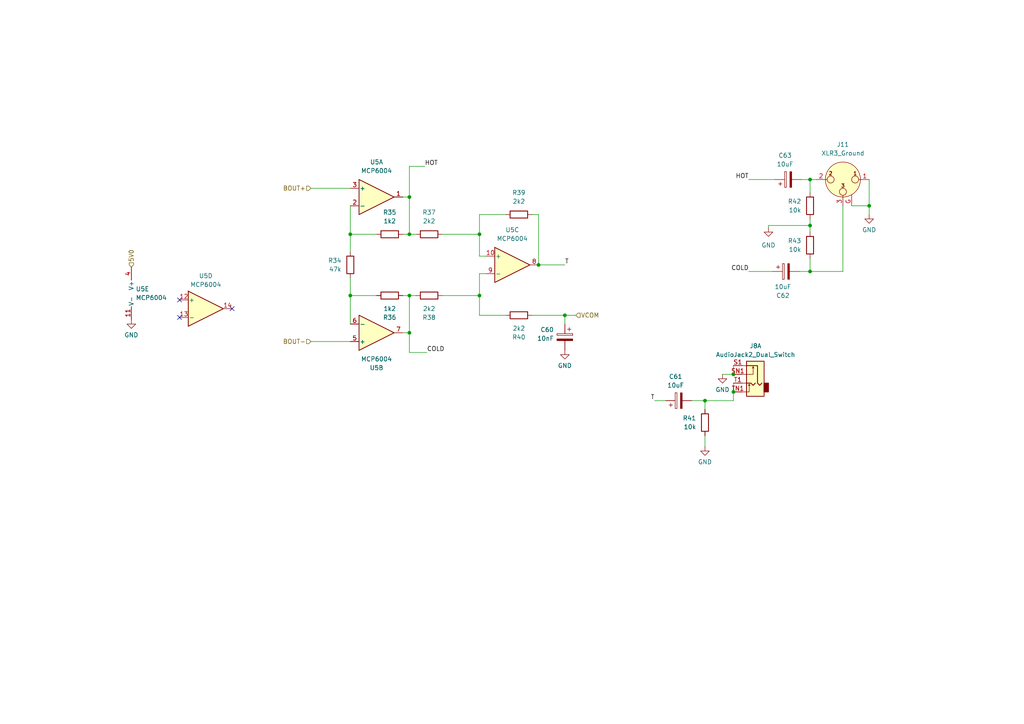
<source format=kicad_sch>
(kicad_sch (version 20230121) (generator eeschema)
  (paper "A4")
  (lib_symbols
    (symbol "Amplifier_Operational:MCP6004" (pin_names (offset 0.127))
      (property "Reference" "U" (at 0 5.08 0))
      (property "Value" "MCP6004" (at 0 -5.08 0))
      (symbol "MCP6004_1_1"
        (polyline (pts (xy -5.08 5.08) (xy 5.08 0) (xy -5.08 -5.08) (xy -5.08 5.08)) (stroke (width 0.254)) (fill (type background)))
        (pin output line (at 7.62 0 180) (length 2.54) (name "~") (number "1"))
        (pin input line (at -7.62 -2.54 0) (length 2.54) (name "-") (number "2"))
        (pin input line (at -7.62 2.54 0) (length 2.54) (name "+") (number "3"))
      )
      (symbol "MCP6004_2_1"
        (polyline (pts (xy -5.08 5.08) (xy 5.08 0) (xy -5.08 -5.08) (xy -5.08 5.08)) (stroke (width 0.254)) (fill (type background)))
        (pin input line (at -7.62 2.54 0) (length 2.54) (name "+") (number "5"))
        (pin input line (at -7.62 -2.54 0) (length 2.54) (name "-") (number "6"))
        (pin output line (at 7.62 0 180) (length 2.54) (name "~") (number "7"))
      )
      (symbol "MCP6004_3_1"
        (polyline (pts (xy -5.08 5.08) (xy 5.08 0) (xy -5.08 -5.08) (xy -5.08 5.08)) (stroke (width 0.254)) (fill (type background)))
        (pin input line (at -7.62 2.54 0) (length 2.54) (name "+") (number "10"))
        (pin output line (at 7.62 0 180) (length 2.54) (name "~") (number "8"))
        (pin input line (at -7.62 -2.54 0) (length 2.54) (name "-") (number "9"))
      )
      (symbol "MCP6004_4_1"
        (polyline (pts (xy -5.08 5.08) (xy 5.08 0) (xy -5.08 -5.08) (xy -5.08 5.08)) (stroke (width 0.254)) (fill (type background)))
        (pin input line (at -7.62 2.54 0) (length 2.54) (name "+") (number "12"))
        (pin input line (at -7.62 -2.54 0) (length 2.54) (name "-") (number "13"))
        (pin output line (at 7.62 0 180) (length 2.54) (name "~") (number "14"))
      )
      (symbol "MCP6004_5_1"
        (pin power_in line (at -2.54 -7.62 90) (length 3.81) (name "V-") (number "11"))
        (pin power_in line (at -2.54 7.62 270) (length 3.81) (name "V+") (number "4"))
      )
    )
    (symbol "Connector_Audio:AudioJack2_Dual_Switch"
      (property "Reference" "J" (at 0 11.43 0))
      (property "Value" "AudioJack2_Dual_Switch" (at 0 8.89 0))
      (symbol "AudioJack2_Dual_Switch_0_1"
        (rectangle (start -3.81 -2.54) (end -5.08 0) (stroke (width 0.254)) (fill (type outline)))
        (polyline (pts (xy -0.635 4.826) (xy -0.381 4.318)))
        (polyline (pts (xy 0.508 -0.254) (xy 0.762 -0.762)))
        (polyline (pts (xy 1.27 -2.54) (xy 2.54 -2.54)))
        (polyline (pts (xy 1.27 2.54) (xy 2.54 2.54)))
        (polyline (pts (xy 2.54 0) (xy 1.27 0)))
        (polyline (pts (xy 2.54 5.08) (xy 1.27 5.08)))
        (polyline (pts (xy -1.27 0) (xy -0.635 -0.635) (xy 0 0) (xy 1.27 0)) (stroke (width 0.254)))
        (polyline (pts (xy 1.27 -2.54) (xy 0.508 -2.54) (xy 0.508 -0.254) (xy 0.254 -0.762)))
        (polyline (pts (xy 1.27 2.54) (xy -0.635 2.54) (xy -0.635 4.826) (xy -0.889 4.318)))
        (polyline (pts (xy 1.27 5.08) (xy -1.905 5.08) (xy -1.905 0) (xy -2.54 -0.635) (xy -3.175 0)) (stroke (width 0.254)))
        (rectangle (start 1.27 6.35) (end -3.81 -3.81) (stroke (width 0.254)) (fill (type background)))
      )
      (symbol "AudioJack2_Dual_Switch_1_1"
        (pin passive line (at 5.08 5.08 180) (length 2.54) (name "~") (number "S1"))
        (pin passive line (at 5.08 2.54 180) (length 2.54) (name "~") (number "SN1"))
        (pin passive line (at 5.08 0 180) (length 2.54) (name "~") (number "T1"))
        (pin passive line (at 5.08 -2.54 180) (length 2.54) (name "~") (number "TN1"))
      )
      (symbol "AudioJack2_Dual_Switch_2_1"
        (pin passive line (at 5.08 5.08 180) (length 2.54) (name "~") (number "S2"))
        (pin passive line (at 5.08 2.54 180) (length 2.54) (name "~") (number "SN2"))
        (pin passive line (at 5.08 0 180) (length 2.54) (name "~") (number "T2"))
        (pin passive line (at 5.08 -2.54 180) (length 2.54) (name "~") (number "TN2"))
      )
    )
    (symbol "Connector_Audio:XLR3_Ground" (pin_names hide)
      (property "Reference" "J" (at 0 8.89 0))
      (property "Value" "XLR3_Ground" (at 0 6.35 0))
      (symbol "XLR3_Ground_0_1"
        (circle (center -3.556 0) (radius 1.016))
        (circle (center 0 -3.556) (radius 1.016))
        (polyline (pts (xy -5.08 0) (xy -4.572 0)))
        (polyline (pts (xy -2.54 -5.08) (xy -2.54 -4.445)))
        (polyline (pts (xy 0 -5.08) (xy 0 -4.572)))
        (polyline (pts (xy 5.08 0) (xy 4.572 0)))
        (circle (center 0 0) (radius 5.08) (fill (type background)))
        (circle (center 3.556 0) (radius 1.016))
        (text "1" (at -3.556 1.778 0) (effects (font (size 1.016 1.016) bold)))
        (text "2" (at 3.556 1.778 0) (effects (font (size 1.016 1.016) bold)))
        (text "3" (at 0 -1.778 0) (effects (font (size 1.016 1.016) bold)))
        (pin passive line (at -7.62 0 0) (length 2.54) (name "~") (number "1"))
        (pin passive line (at 7.62 0 180) (length 2.54) (name "~") (number "2"))
        (pin passive line (at 0 -7.62 90) (length 2.54) (name "~") (number "3"))
      )
      (symbol "XLR3_Ground_1_1"
        (pin passive line (at -2.54 -7.62 90) (length 2.54) (name "~") (number "G"))
      )
    )
    (symbol "Device:C_Polarized" (pin_numbers hide) (pin_names (offset 0.254))
      (property "Reference" "C" (at 0.635 2.54 0))
      (property "Value" "C_Polarized" (at 0.635 -2.54 0))
      (symbol "C_Polarized_0_1"
        (rectangle (start -2.286 0.508) (end 2.286 1.016))
        (polyline (pts (xy -1.778 2.286) (xy -0.762 2.286)))
        (polyline (pts (xy -1.27 2.794) (xy -1.27 1.778)))
        (rectangle (start 2.286 -0.508) (end -2.286 -1.016) (fill (type outline)))
      )
      (symbol "C_Polarized_1_1"
        (pin passive line (at 0 3.81 270) (length 2.794) (name "~") (number "1"))
        (pin passive line (at 0 -3.81 90) (length 2.794) (name "~") (number "2"))
      )
    )
    (symbol "Device:R" (pin_numbers hide) (pin_names (offset 0))
      (property "Reference" "R" (at 2.032 0 90))
      (property "Value" "R" (at 0 0 90))
      (symbol "R_0_1"
        (rectangle (start -1.016 -2.54) (end 1.016 2.54) (stroke (width 0.254)))
      )
      (symbol "R_1_1"
        (pin passive line (at 0 3.81 270) (length 1.27) (name "~") (number "1"))
        (pin passive line (at 0 -3.81 90) (length 1.27) (name "~") (number "2"))
      )
    )
    (symbol "power:GND" (power) (pin_names (offset 0))
      (property "Value" "GND" (at 0 -3.81 0))
      (symbol "GND_0_1"
        (polyline (pts (xy 0 0) (xy 0 -1.27) (xy 1.27 -1.27) (xy 0 -2.54) (xy -1.27 -1.27) (xy 0 -1.27)))
      )
      (symbol "GND_1_1"
        (pin power_in line (at 0 0 270) (length 0) hide (name "GND") (number "1"))
      )
    )
  )
  (junction (at 139.065 85.725))
  (junction (at 118.745 96.52))
  (junction (at 163.83 91.44))
  (junction (at 118.745 67.945))
  (junction (at 204.47 116.205))
  (junction (at 212.725 113.665))
  (junction (at 101.6 85.725))
  (junction (at 234.95 65.405))
  (junction (at 212.725 108.585))
  (junction (at 234.95 52.07))
  (junction (at 156.21 76.835))
  (junction (at 252.095 59.69))
  (junction (at 118.745 57.15))
  (junction (at 234.95 78.74))
  (junction (at 139.065 67.945))
  (junction (at 101.6 67.945))
  (junction (at 118.745 85.725))
  (no_connect (at 52.07 92.075))
  (no_connect (at 67.31 89.535))
  (no_connect (at 52.07 86.995))
  (wire (pts (xy 163.83 91.44) (xy 163.83 93.98)))
  (wire (pts (xy 234.95 52.07) (xy 234.95 55.88)))
  (wire (pts (xy 116.84 85.725) (xy 118.745 85.725)))
  (wire (pts (xy 118.745 67.945) (xy 120.65 67.945)))
  (wire (pts (xy 101.6 67.945) (xy 109.22 67.945)))
  (wire (pts (xy 139.065 67.945) (xy 139.065 74.295)))
  (wire (pts (xy 222.885 65.405) (xy 222.885 66.04)))
  (wire (pts (xy 247.015 59.69) (xy 252.095 59.69)))
  (wire (pts (xy 252.095 59.69) (xy 252.095 62.23)))
  (wire (pts (xy 217.17 52.07) (xy 224.79 52.07)))
  (wire (pts (xy 156.21 76.835) (xy 163.83 76.835)))
  (wire (pts (xy 212.725 116.205) (xy 204.47 116.205)))
  (wire (pts (xy 212.725 106.045) (xy 212.725 108.585)))
  (wire (pts (xy 163.83 91.44) (xy 154.305 91.44)))
  (wire (pts (xy 252.095 59.69) (xy 252.095 52.07)))
  (wire (pts (xy 128.27 67.945) (xy 139.065 67.945)))
  (wire (pts (xy 118.745 85.725) (xy 118.745 96.52)))
  (wire (pts (xy 231.775 78.74) (xy 234.95 78.74)))
  (wire (pts (xy 234.95 74.93) (xy 234.95 78.74)))
  (wire (pts (xy 212.725 111.125) (xy 212.725 113.665)))
  (wire (pts (xy 193.04 116.205) (xy 189.865 116.205)))
  (wire (pts (xy 139.065 79.375) (xy 140.97 79.375)))
  (wire (pts (xy 156.21 62.23) (xy 156.21 76.835)))
  (wire (pts (xy 204.47 116.205) (xy 204.47 118.745)))
  (wire (pts (xy 234.95 78.74) (xy 244.475 78.74)))
  (wire (pts (xy 118.745 96.52) (xy 118.745 102.235)))
  (wire (pts (xy 139.065 62.23) (xy 139.065 67.945)))
  (wire (pts (xy 146.685 91.44) (xy 139.065 91.44)))
  (wire (pts (xy 139.065 79.375) (xy 139.065 85.725)))
  (wire (pts (xy 232.41 52.07) (xy 234.95 52.07)))
  (wire (pts (xy 101.6 85.725) (xy 101.6 93.98)))
  (wire (pts (xy 101.6 59.69) (xy 101.6 67.945)))
  (wire (pts (xy 116.84 67.945) (xy 118.745 67.945)))
  (wire (pts (xy 234.95 65.405) (xy 234.95 67.31)))
  (wire (pts (xy 204.47 116.205) (xy 200.66 116.205)))
  (wire (pts (xy 116.84 57.15) (xy 118.745 57.15)))
  (wire (pts (xy 118.745 48.26) (xy 118.745 57.15)))
  (wire (pts (xy 204.47 126.365) (xy 204.47 129.54)))
  (wire (pts (xy 101.6 73.025) (xy 101.6 67.945)))
  (wire (pts (xy 222.885 65.405) (xy 234.95 65.405)))
  (wire (pts (xy 90.17 99.06) (xy 101.6 99.06)))
  (wire (pts (xy 212.725 108.585) (xy 209.55 108.585)))
  (wire (pts (xy 217.17 78.74) (xy 224.155 78.74)))
  (wire (pts (xy 90.17 54.61) (xy 101.6 54.61)))
  (wire (pts (xy 139.065 85.725) (xy 128.27 85.725)))
  (wire (pts (xy 118.745 85.725) (xy 120.65 85.725)))
  (wire (pts (xy 139.065 91.44) (xy 139.065 85.725)))
  (wire (pts (xy 163.83 91.44) (xy 167.005 91.44)))
  (wire (pts (xy 118.745 102.235) (xy 123.825 102.235)))
  (wire (pts (xy 244.475 78.74) (xy 244.475 59.69)))
  (wire (pts (xy 234.95 52.07) (xy 236.855 52.07)))
  (wire (pts (xy 118.745 48.26) (xy 123.19 48.26)))
  (wire (pts (xy 212.725 113.665) (xy 212.725 116.205)))
  (wire (pts (xy 146.685 62.23) (xy 139.065 62.23)))
  (wire (pts (xy 118.745 57.15) (xy 118.745 67.945)))
  (wire (pts (xy 154.305 62.23) (xy 156.21 62.23)))
  (wire (pts (xy 234.95 63.5) (xy 234.95 65.405)))
  (wire (pts (xy 101.6 85.725) (xy 109.22 85.725)))
  (wire (pts (xy 101.6 80.645) (xy 101.6 85.725)))
  (wire (pts (xy 116.84 96.52) (xy 118.745 96.52)))
  (wire (pts (xy 139.065 74.295) (xy 140.97 74.295)))
  (label "COLD" (at 123.825 102.235 0))
  (label "HOT" (at 217.17 52.07 180))
  (label "COLD" (at 217.17 78.74 180))
  (label "HOT" (at 123.19 48.26 0))
  (label "T" (at 189.865 116.205 180))
  (label "T" (at 163.83 76.835 0))
  (hierarchical_label "5V0" (shape input) (at 38.1 77.47 90))
  (hierarchical_label "BOUT+" (shape input) (at 90.17 54.61 180))
  (hierarchical_label "VCOM" (shape input) (at 167.005 91.44 0))
  (hierarchical_label "BOUT-" (shape input) (at 90.17 99.06 180))
  (symbol (lib_id "Device:R") (at 234.95 59.69 0) (mirror y) (unit 1)
    (property "Reference" "R42" (at 232.41 58.42 0) (effects (justify left)))
    (property "Value" "10k" (at 232.41 60.96 0) (effects (justify left)))
  )
  (symbol (lib_id "Device:R") (at 113.03 85.725 90) (mirror x) (unit 1)
    (property "Reference" "R36" (at 113.03 92.075 90))
    (property "Value" "1k2" (at 113.03 89.535 90))
  )
  (symbol (lib_id "Device:C_Polarized") (at 228.6 52.07 90) (unit 1)
    (property "Reference" "C63" (at 227.711 45.085 90))
    (property "Value" "10uF" (at 227.711 47.625 90))
  )
  (symbol (lib_id "Amplifier_Operational:MCP6004") (at 109.22 57.15 0) (unit 1)
    (property "Reference" "U5" (at 109.22 46.99 0))
    (property "Value" "MCP6004" (at 109.22 49.53 0))
    (property "Datasheet" "http://ww1.microchip.com/downloads/en/DeviceDoc/21733j.pdf" (effects hide))
  )
  (symbol (lib_id "power:GND") (at 163.83 101.6 0) (unit 1)
    (property "Reference" "#PWR067" (effects hide))
    (property "Value" "GND" (at 163.83 106.045 0))
  )
  (symbol (lib_id "Device:R") (at 150.495 62.23 90) (unit 1)
    (property "Reference" "R39" (at 150.495 55.88 90))
    (property "Value" "2k2" (at 150.495 58.42 90))
  )
  (symbol (lib_id "Device:C_Polarized") (at 196.85 116.205 90) (unit 1)
    (property "Reference" "C61" (at 195.961 109.22 90))
    (property "Value" "10uF" (at 195.961 111.76 90))
  )
  (symbol (lib_id "Amplifier_Operational:MCP6004") (at 59.69 89.535 0) (unit 4)
    (property "Reference" "U5" (at 59.69 80.01 0))
    (property "Value" "MCP6004" (at 59.69 82.55 0))
    (property "Datasheet" "http://ww1.microchip.com/downloads/en/DeviceDoc/21733j.pdf" (effects hide))
  )
  (symbol (lib_id "Device:R") (at 150.495 91.44 90) (mirror x) (unit 1)
    (property "Reference" "R40" (at 150.495 97.79 90))
    (property "Value" "2k2" (at 150.495 95.25 90))
  )
  (symbol (lib_id "Connector_Audio:AudioJack2_Dual_Switch") (at 217.805 111.125 0) (mirror y) (unit 1)
    (property "Reference" "J8" (at 219.1385 100.33 0))
    (property "Value" "AudioJack2_Dual_Switch" (at 219.1385 102.87 0))
  )
  (symbol (lib_id "Device:R") (at 204.47 122.555 0) (mirror y) (unit 1)
    (property "Reference" "R41" (at 201.93 121.285 0) (effects (justify left)))
    (property "Value" "10k" (at 201.93 123.825 0) (effects (justify left)))
  )
  (symbol (lib_id "Device:C_Polarized") (at 227.965 78.74 90) (mirror x) (unit 1)
    (property "Reference" "C62" (at 227.076 85.725 90))
    (property "Value" "10uF" (at 227.076 83.185 90))
  )
  (symbol (lib_id "Device:R") (at 101.6 76.835 0) (mirror y) (unit 1)
    (property "Reference" "R34" (at 99.06 75.565 0) (effects (justify left)))
    (property "Value" "47k" (at 99.06 78.105 0) (effects (justify left)))
  )
  (symbol (lib_id "Amplifier_Operational:MCP6004") (at 148.59 76.835 0) (unit 3)
    (property "Reference" "U5" (at 148.59 66.675 0))
    (property "Value" "MCP6004" (at 148.59 69.215 0))
    (property "Datasheet" "http://ww1.microchip.com/downloads/en/DeviceDoc/21733j.pdf" (effects hide))
  )
  (symbol (lib_id "Device:R") (at 113.03 67.945 90) (unit 1)
    (property "Reference" "R35" (at 113.03 61.595 90))
    (property "Value" "1k2" (at 113.03 64.135 90))
  )
  (symbol (lib_id "power:GND") (at 204.47 129.54 0) (mirror y) (unit 1)
    (property "Reference" "#PWR068" (effects hide))
    (property "Value" "GND" (at 204.47 133.985 0))
  )
  (symbol (lib_id "Device:R") (at 234.95 71.12 0) (mirror y) (unit 1)
    (property "Reference" "R43" (at 232.41 69.85 0) (effects (justify left)))
    (property "Value" "10k" (at 232.41 72.39 0) (effects (justify left)))
  )
  (symbol (lib_id "power:GND") (at 222.885 66.04 0) (unit 1)
    (property "Reference" "#PWR070" (effects hide))
    (property "Value" "GND" (at 222.885 71.12 0))
  )
  (symbol (lib_id "Amplifier_Operational:MCP6004") (at 109.22 96.52 0) (mirror x) (unit 2)
    (property "Reference" "U5" (at 109.22 106.68 0))
    (property "Value" "MCP6004" (at 109.22 104.14 0))
    (property "Datasheet" "http://ww1.microchip.com/downloads/en/DeviceDoc/21733j.pdf" (effects hide))
  )
  (symbol (lib_id "power:GND") (at 252.095 62.23 0) (mirror y) (unit 1)
    (property "Reference" "#PWR071" (effects hide))
    (property "Value" "GND" (at 252.095 66.675 0))
  )
  (symbol (lib_id "Device:R") (at 124.46 67.945 90) (unit 1)
    (property "Reference" "R37" (at 124.46 61.595 90))
    (property "Value" "2k2" (at 124.46 64.135 90))
  )
  (symbol (lib_id "Amplifier_Operational:MCP6004") (at 40.64 85.09 0) (unit 5)
    (property "Reference" "U5" (at 39.37 83.82 0) (effects (justify left)))
    (property "Value" "MCP6004" (at 39.37 86.36 0) (effects (justify left)))
    (property "Datasheet" "http://ww1.microchip.com/downloads/en/DeviceDoc/21733j.pdf" (effects hide))
  )
  (symbol (lib_id "Connector_Audio:XLR3_Ground") (at 244.475 52.07 0) (mirror y) (unit 1)
    (property "Reference" "J11" (at 244.475 41.91 0))
    (property "Value" "XLR3_Ground" (at 244.475 44.45 0))
    (property "Datasheet" " ~" (effects hide))
  )
  (symbol (lib_id "Device:R") (at 124.46 85.725 90) (mirror x) (unit 1)
    (property "Reference" "R38" (at 124.46 92.075 90))
    (property "Value" "2k2" (at 124.46 89.535 90))
  )
  (symbol (lib_id "Device:C_Polarized") (at 163.83 97.79 0) (mirror y) (unit 1)
    (property "Reference" "C60" (at 160.655 95.631 0) (effects (justify left)))
    (property "Value" "10nF" (at 160.655 98.171 0) (effects (justify left)))
  )
  (symbol (lib_id "power:GND") (at 38.1 92.71 0) (unit 1)
    (property "Reference" "#PWR066" (effects hide))
    (property "Value" "GND" (at 38.1 97.155 0))
  )
  (symbol (lib_id "power:GND") (at 209.55 108.585 0) (mirror y) (unit 1)
    (property "Reference" "#PWR069" (effects hide))
    (property "Value" "GND" (at 209.55 113.03 0))
  )
)
</source>
